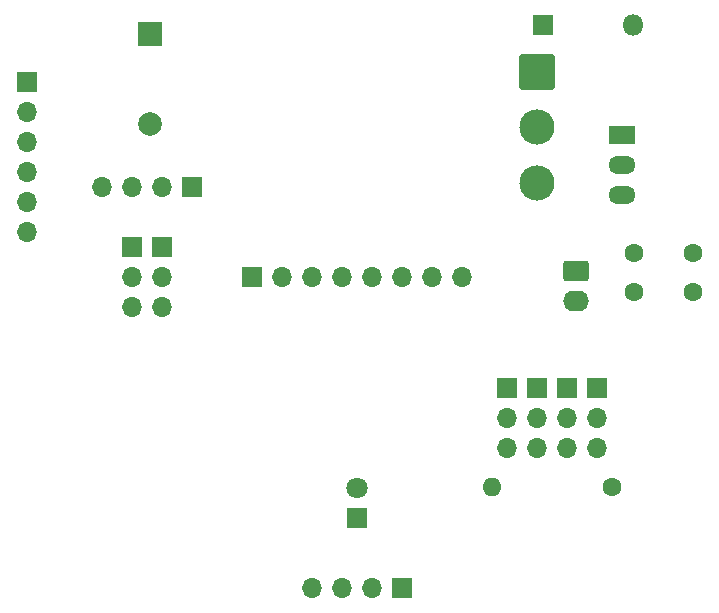
<source format=gbr>
%TF.GenerationSoftware,KiCad,Pcbnew,8.0.8*%
%TF.CreationDate,2025-02-10T09:37:57+01:00*%
%TF.ProjectId,Otto-ESP32-XIAO-Lite,4f74746f-2d45-4535-9033-322d5849414f,1.0*%
%TF.SameCoordinates,Original*%
%TF.FileFunction,Soldermask,Bot*%
%TF.FilePolarity,Negative*%
%FSLAX46Y46*%
G04 Gerber Fmt 4.6, Leading zero omitted, Abs format (unit mm)*
G04 Created by KiCad (PCBNEW 8.0.8) date 2025-02-10 09:37:57*
%MOMM*%
%LPD*%
G01*
G04 APERTURE LIST*
G04 Aperture macros list*
%AMRoundRect*
0 Rectangle with rounded corners*
0 $1 Rounding radius*
0 $2 $3 $4 $5 $6 $7 $8 $9 X,Y pos of 4 corners*
0 Add a 4 corners polygon primitive as box body*
4,1,4,$2,$3,$4,$5,$6,$7,$8,$9,$2,$3,0*
0 Add four circle primitives for the rounded corners*
1,1,$1+$1,$2,$3*
1,1,$1+$1,$4,$5*
1,1,$1+$1,$6,$7*
1,1,$1+$1,$8,$9*
0 Add four rect primitives between the rounded corners*
20,1,$1+$1,$2,$3,$4,$5,0*
20,1,$1+$1,$4,$5,$6,$7,0*
20,1,$1+$1,$6,$7,$8,$9,0*
20,1,$1+$1,$8,$9,$2,$3,0*%
G04 Aperture macros list end*
%ADD10R,1.700000X1.700000*%
%ADD11O,1.700000X1.700000*%
%ADD12R,1.800000X1.800000*%
%ADD13O,1.800000X1.800000*%
%ADD14C,1.600000*%
%ADD15O,1.600000X1.600000*%
%ADD16RoundRect,0.250000X-0.845000X0.620000X-0.845000X-0.620000X0.845000X-0.620000X0.845000X0.620000X0*%
%ADD17O,2.190000X1.740000*%
%ADD18R,2.300000X1.500000*%
%ADD19O,2.300000X1.500000*%
%ADD20C,1.800000*%
%ADD21RoundRect,0.102000X1.387500X1.387500X-1.387500X1.387500X-1.387500X-1.387500X1.387500X-1.387500X0*%
%ADD22C,2.979000*%
%ADD23R,2.000000X2.000000*%
%ADD24C,2.000000*%
G04 APERTURE END LIST*
D10*
%TO.C,J5*%
X56916346Y-90126000D03*
D11*
X56916346Y-92666000D03*
X56916346Y-95206000D03*
%TD*%
D10*
%TO.C,J8*%
X45486346Y-76156000D03*
D11*
X45486346Y-78696000D03*
X45486346Y-81236000D03*
X45486346Y-83776000D03*
X45486346Y-86316000D03*
X45486346Y-88856000D03*
%TD*%
D12*
%TO.C,D4*%
X89174346Y-71330000D03*
D13*
X96794346Y-71330000D03*
%TD*%
D10*
%TO.C,J4*%
X86126346Y-102064000D03*
D11*
X86126346Y-104604000D03*
X86126346Y-107144000D03*
%TD*%
D14*
%TO.C,C3*%
X101834346Y-90634000D03*
X96834346Y-90634000D03*
%TD*%
%TO.C,R1*%
X95016346Y-110446000D03*
D15*
X84856346Y-110446000D03*
%TD*%
D10*
%TO.C,J6*%
X54376346Y-90126000D03*
D11*
X54376346Y-92666000D03*
X54376346Y-95206000D03*
%TD*%
D16*
%TO.C,J10*%
X91955312Y-92158000D03*
D17*
X91955312Y-94698000D03*
%TD*%
D18*
%TO.C,U2*%
X95856846Y-80567000D03*
D19*
X95856846Y-83107000D03*
X95856846Y-85646999D03*
%TD*%
D10*
%TO.C,J2*%
X91206346Y-102064000D03*
D11*
X91206346Y-104604000D03*
X91206346Y-107144000D03*
%TD*%
D10*
%TO.C,J3*%
X88666346Y-102064000D03*
D11*
X88666346Y-104604000D03*
X88666346Y-107144000D03*
%TD*%
D10*
%TO.C,J1*%
X93746346Y-102064000D03*
D11*
X93746346Y-104604000D03*
X93746346Y-107144000D03*
%TD*%
D10*
%TO.C,J13*%
X64536345Y-92666000D03*
D11*
X67076345Y-92666000D03*
X69616344Y-92666000D03*
X72156345Y-92666000D03*
X74696345Y-92666000D03*
X77236345Y-92666000D03*
X79776345Y-92666000D03*
X82316346Y-92666000D03*
%TD*%
D14*
%TO.C,C4*%
X101834346Y-93936000D03*
X96834346Y-93936000D03*
%TD*%
D12*
%TO.C,D1*%
X73426346Y-113016000D03*
D20*
X73426346Y-110476000D03*
%TD*%
D10*
%TO.C,J12*%
X59446346Y-85021000D03*
D11*
X56906346Y-85021000D03*
X54366347Y-85021000D03*
X51826346Y-85021000D03*
%TD*%
D10*
%TO.C,J7*%
X77226346Y-118991000D03*
D11*
X74686346Y-118991000D03*
X72146346Y-118991000D03*
X69606346Y-118991000D03*
%TD*%
D21*
%TO.C,SW1*%
X88666346Y-75266000D03*
D22*
X88666346Y-79966000D03*
X88666346Y-84666000D03*
%TD*%
D23*
%TO.C,BZ1*%
X55900346Y-72092000D03*
D24*
X55900346Y-79692000D03*
%TD*%
M02*

</source>
